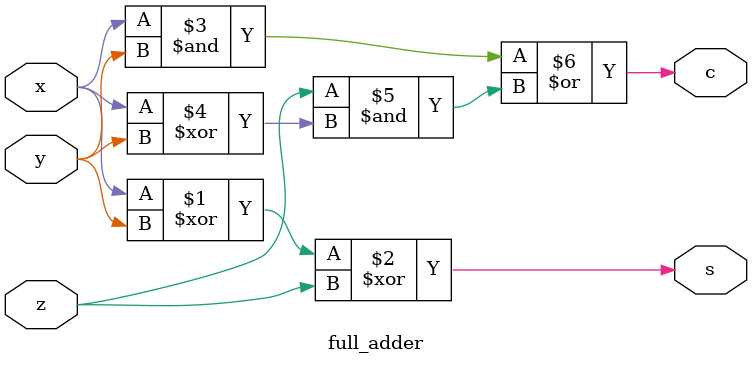
<source format=v>
module full_adder(x,y,z,s,c);
input x,y,z;
output s,c;

assign s=x^y^z;
assign c=x&y|z&(x^y);
endmodule

/*module full_adder_tb();
reg x,y,z;
wire s,c;

full_adder u1(.x(x), .y(y), .z(z), .s(s), .c(c));

initial begin
$dumpfile("fa.vcd");
$dumpvars(-1,u1);
end

initial begin
x=0;y=0;z=0;#10;
x=0;y=0;z=1;#10;
x=0;y=1;z=0;#10;
x=0;y=1;z=1;#10;
x=1;y=0;z=0;#10;
x=1;y=0;z=1;#10;
x=1;y=1;z=0;#10;
x=1;y=1;z=1;#10;
end
endmodule
*/
</source>
